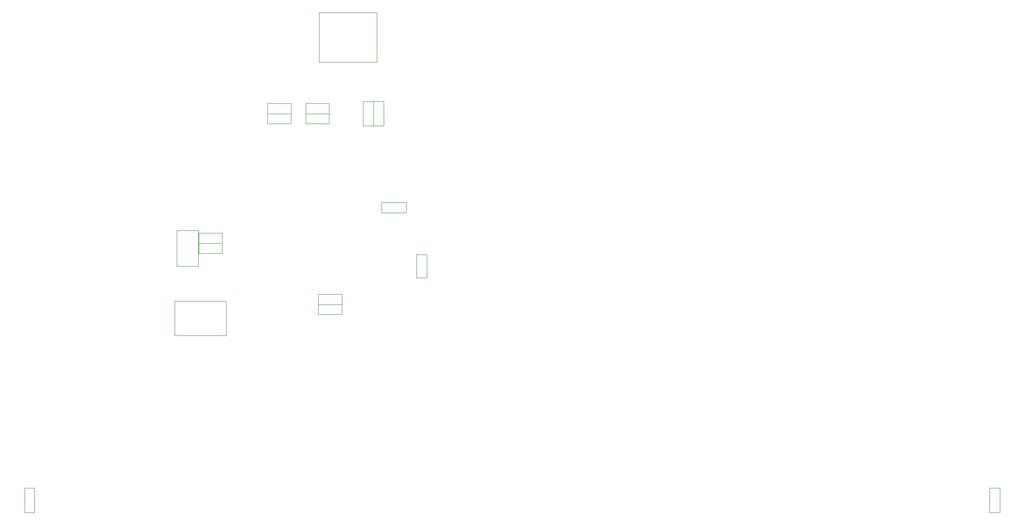
<source format=gbr>
G04 #@! TF.FileFunction,Other,User*
%FSLAX46Y46*%
G04 Gerber Fmt 4.6, Leading zero omitted, Abs format (unit mm)*
G04 Created by KiCad (PCBNEW 4.0.1-stable) date 4/18/2016 2:02:23 AM*
%MOMM*%
G01*
G04 APERTURE LIST*
%ADD10C,0.100000*%
%ADD11C,0.050000*%
G04 APERTURE END LIST*
D10*
D11*
X144800000Y-63500000D02*
X140200000Y-63500000D01*
X144800000Y-65500000D02*
X140200000Y-65500000D01*
X144800000Y-63500000D02*
X144800000Y-65500000D01*
X140200000Y-63500000D02*
X140200000Y-65500000D01*
X142300000Y-24000000D02*
X137700000Y-24000000D01*
X142300000Y-26000000D02*
X137700000Y-26000000D01*
X142300000Y-24000000D02*
X142300000Y-26000000D01*
X137700000Y-24000000D02*
X137700000Y-26000000D01*
X159500000Y-53700000D02*
X159500000Y-58300000D01*
X161500000Y-53700000D02*
X161500000Y-58300000D01*
X159500000Y-53700000D02*
X161500000Y-53700000D01*
X159500000Y-58300000D02*
X161500000Y-58300000D01*
X144800000Y-61500000D02*
X140200000Y-61500000D01*
X144800000Y-63500000D02*
X140200000Y-63500000D01*
X144800000Y-61500000D02*
X144800000Y-63500000D01*
X140200000Y-61500000D02*
X140200000Y-63500000D01*
X142300000Y-26000000D02*
X137700000Y-26000000D01*
X142300000Y-28000000D02*
X137700000Y-28000000D01*
X142300000Y-26000000D02*
X142300000Y-28000000D01*
X137700000Y-26000000D02*
X137700000Y-28000000D01*
X116700000Y-53500000D02*
X121300000Y-53500000D01*
X116700000Y-51500000D02*
X121300000Y-51500000D01*
X116700000Y-53500000D02*
X116700000Y-51500000D01*
X121300000Y-53500000D02*
X121300000Y-51500000D01*
X116700000Y-51500000D02*
X121300000Y-51500000D01*
X116700000Y-49500000D02*
X121300000Y-49500000D01*
X116700000Y-51500000D02*
X116700000Y-49500000D01*
X121300000Y-51500000D02*
X121300000Y-49500000D01*
X157400000Y-43500000D02*
X152600000Y-43500000D01*
X157400000Y-45500000D02*
X152600000Y-45500000D01*
X157400000Y-43500000D02*
X157400000Y-45500000D01*
X152600000Y-43500000D02*
X152600000Y-45500000D01*
X82500000Y-99600000D02*
X82500000Y-104400000D01*
X84500000Y-99600000D02*
X84500000Y-104400000D01*
X82500000Y-99600000D02*
X84500000Y-99600000D01*
X82500000Y-104400000D02*
X84500000Y-104400000D01*
X272000000Y-99600000D02*
X272000000Y-104400000D01*
X274000000Y-99600000D02*
X274000000Y-104400000D01*
X272000000Y-99600000D02*
X274000000Y-99600000D01*
X272000000Y-104400000D02*
X274000000Y-104400000D01*
X130200000Y-26000000D02*
X134800000Y-26000000D01*
X130200000Y-24000000D02*
X134800000Y-24000000D01*
X130200000Y-26000000D02*
X130200000Y-24000000D01*
X134800000Y-26000000D02*
X134800000Y-24000000D01*
X151000000Y-23600000D02*
X151000000Y-28400000D01*
X153000000Y-23600000D02*
X153000000Y-28400000D01*
X151000000Y-23600000D02*
X153000000Y-23600000D01*
X151000000Y-28400000D02*
X153000000Y-28400000D01*
X140300000Y-6150000D02*
X140300000Y-15850000D01*
X140300000Y-15850000D02*
X151700000Y-15850000D01*
X151700000Y-15850000D02*
X151700000Y-6150000D01*
X151700000Y-6150000D02*
X140300000Y-6150000D01*
X149000000Y-23600000D02*
X149000000Y-28400000D01*
X151000000Y-23600000D02*
X151000000Y-28400000D01*
X149000000Y-23600000D02*
X151000000Y-23600000D01*
X149000000Y-28400000D02*
X151000000Y-28400000D01*
X116600000Y-49000000D02*
X112400000Y-49000000D01*
X116600000Y-56000000D02*
X116600000Y-49000000D01*
X112400000Y-56000000D02*
X116600000Y-56000000D01*
X112400000Y-49000000D02*
X112400000Y-56000000D01*
X130200000Y-28000000D02*
X134800000Y-28000000D01*
X130200000Y-26000000D02*
X134800000Y-26000000D01*
X130200000Y-28000000D02*
X130200000Y-26000000D01*
X134800000Y-28000000D02*
X134800000Y-26000000D01*
X122100000Y-62850000D02*
X122100000Y-69650000D01*
X112000000Y-69650000D02*
X112000000Y-62850000D01*
X112000000Y-62850000D02*
X122100000Y-62850000D01*
X112000000Y-69650000D02*
X122100000Y-69650000D01*
M02*

</source>
